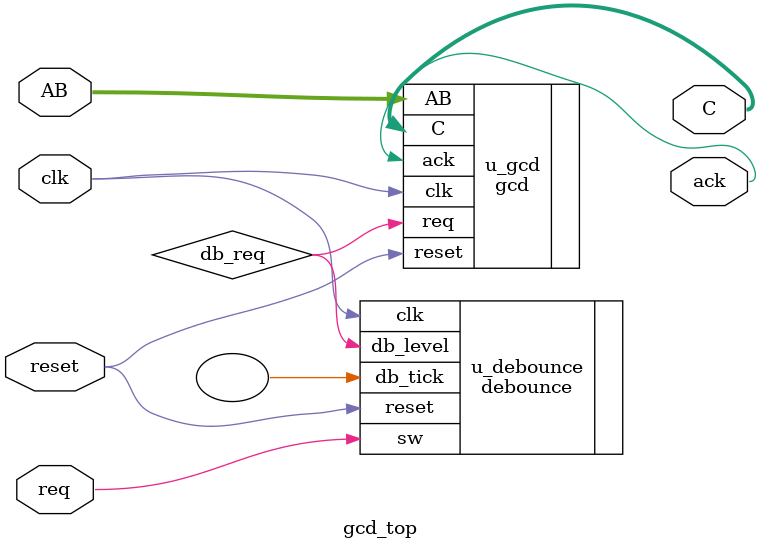
<source format=sv>

module gcd_top #(
    parameter n = 20
) (
    input  logic          clk,    // The clock signal.
    input  logic          reset,  // Reset the module.
    input  logic          req,    // Start computation.
    input  logic [15 : 0] AB,     // The two operands. One at a time.
    output logic          ack,    // Input received / Computation is complete.
    output logic [15 : 0] C       // The result.
);

  logic db_req;

  debounce #(
      .n(n)
  ) u_debounce (
      .clk     (clk),
      .reset   (reset),
      .sw      (req),
      .db_level(db_req),
      .db_tick ()
  );

  gcd u_gcd (
      .clk  (clk),     // The clock signal.
      .reset(reset),   // Reset the module.
      .req  (db_req),  // Input operand / Start computation.
      .AB   (AB),      // Bus for a and b operands.
      .ack  (ack),     // Input received / Computation is complete.
      .C    (C)        // The result.
  );

endmodule
</source>
